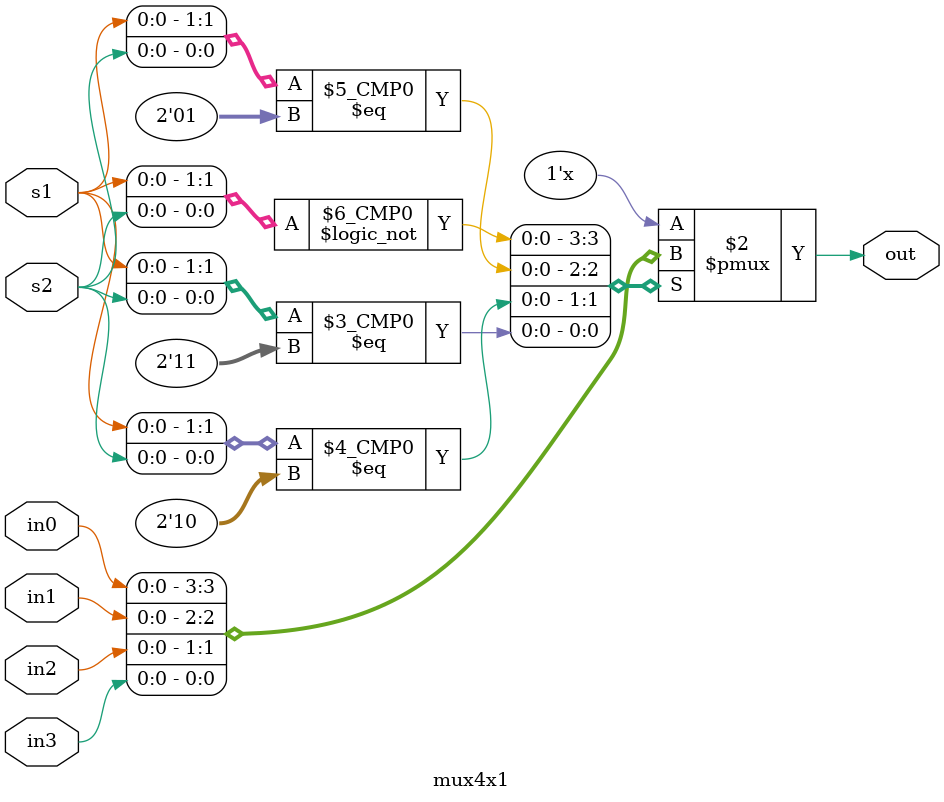
<source format=v>
module mux4x1(out,in0,in1,in2,in3,s1,s2);

input in0,in1,in2,in3,s1,s2;
output reg out;

always@(s1,s2,in0,in1,in2,in3)
begin
    case({s1,s2})
        2'b00:out=in0; // no change
        2'b01:out=in1; // right shift
        2'b10:out=in2; // left shift
        2'b11:out=in3; //pipo
    default out=1'bx;
    endcase
end
endmodule
</source>
